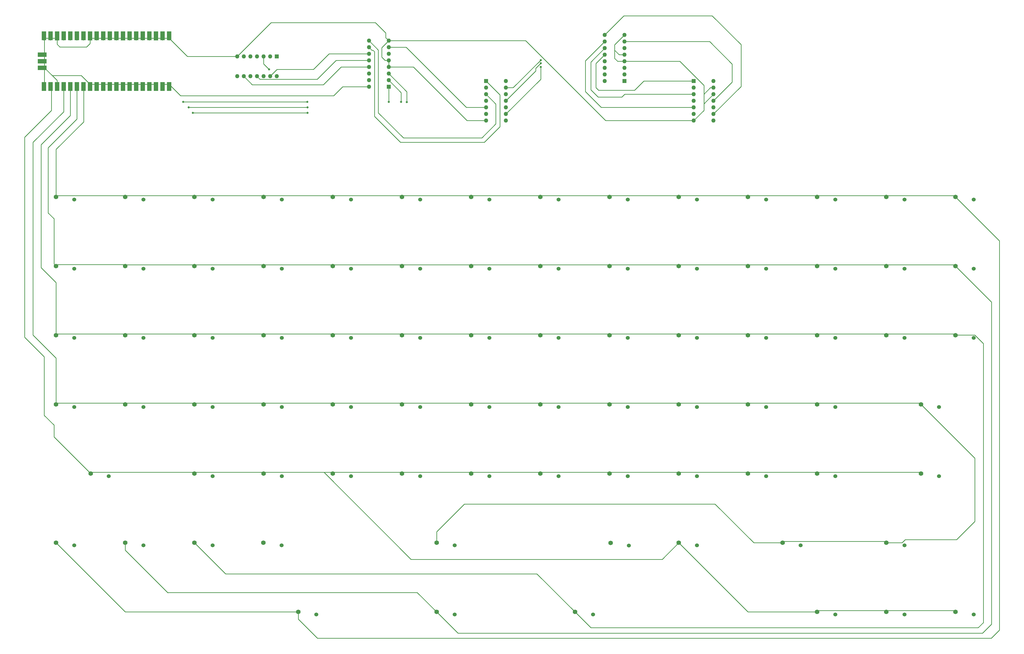
<source format=gbr>
G04 #@! TF.GenerationSoftware,KiCad,Pcbnew,(6.0.8)*
G04 #@! TF.CreationDate,2022-11-04T15:43:21-05:00*
G04 #@! TF.ProjectId,MIKey,4d494b65-792e-46b6-9963-61645f706362,rev?*
G04 #@! TF.SameCoordinates,Original*
G04 #@! TF.FileFunction,Copper,L1,Top*
G04 #@! TF.FilePolarity,Positive*
%FSLAX46Y46*%
G04 Gerber Fmt 4.6, Leading zero omitted, Abs format (unit mm)*
G04 Created by KiCad (PCBNEW (6.0.8)) date 2022-11-04 15:43:21*
%MOMM*%
%LPD*%
G01*
G04 APERTURE LIST*
G04 #@! TA.AperFunction,ComponentPad*
%ADD10C,1.762000*%
G04 #@! TD*
G04 #@! TA.AperFunction,ComponentPad*
%ADD11C,1.524000*%
G04 #@! TD*
G04 #@! TA.AperFunction,ComponentPad*
%ADD12R,1.600000X1.600000*%
G04 #@! TD*
G04 #@! TA.AperFunction,ComponentPad*
%ADD13O,1.600000X1.600000*%
G04 #@! TD*
G04 #@! TA.AperFunction,SMDPad,CuDef*
%ADD14R,1.700000X3.500000*%
G04 #@! TD*
G04 #@! TA.AperFunction,ComponentPad*
%ADD15O,1.700000X1.700000*%
G04 #@! TD*
G04 #@! TA.AperFunction,ComponentPad*
%ADD16R,1.700000X1.700000*%
G04 #@! TD*
G04 #@! TA.AperFunction,SMDPad,CuDef*
%ADD17R,3.500000X1.700000*%
G04 #@! TD*
G04 #@! TA.AperFunction,ViaPad*
%ADD18C,0.800000*%
G04 #@! TD*
G04 #@! TA.AperFunction,Conductor*
%ADD19C,0.250000*%
G04 #@! TD*
G04 APERTURE END LIST*
D10*
G04 #@! TO.P,SEVEN1,1*
G04 #@! TO.N,/R1*
X262389997Y-139380000D03*
D11*
G04 #@! TO.P,SEVEN1,2*
G04 #@! TO.N,Net-(F7-Pad2)*
X269389997Y-140430000D03*
G04 #@! TD*
D10*
G04 #@! TO.P,FOUR1,1*
G04 #@! TO.N,/R1*
X182379997Y-139380000D03*
D11*
G04 #@! TO.P,FOUR1,2*
G04 #@! TO.N,Net-(F13-Pad2)*
X189379997Y-140430000D03*
G04 #@! TD*
D10*
G04 #@! TO.P,F9,1*
G04 #@! TO.N,/R0*
X315729997Y-112710000D03*
D11*
G04 #@! TO.P,F9,2*
G04 #@! TO.N,Net-(F9-Pad2)*
X322729997Y-113760000D03*
G04 #@! TD*
D10*
G04 #@! TO.P,L_CTRL1,1*
G04 #@! TO.N,/R0*
X75699997Y-246060000D03*
D11*
G04 #@! TO.P,L_CTRL1,2*
G04 #@! TO.N,Net-(L_ALT1-Pad2)*
X82699997Y-247110000D03*
G04 #@! TD*
D10*
G04 #@! TO.P,SEMI-COLON1,1*
G04 #@! TO.N,/R3*
X342399997Y-192720000D03*
D11*
G04 #@! TO.P,SEMI-COLON1,2*
G04 #@! TO.N,Net-(/1-Pad2)*
X349399997Y-193770000D03*
G04 #@! TD*
D10*
G04 #@! TO.P,R_SHIFT1,1*
G04 #@! TO.N,/R4*
X409074997Y-219390000D03*
D11*
G04 #@! TO.P,R_SHIFT1,2*
G04 #@! TO.N,Net-(APOSTROPHE1-Pad2)*
X416074997Y-220440000D03*
G04 #@! TD*
D10*
G04 #@! TO.P,F2,1*
G04 #@! TO.N,/R0*
X129039997Y-112710000D03*
D11*
G04 #@! TO.P,F2,2*
G04 #@! TO.N,Net-(F2-Pad2)*
X136039997Y-113760000D03*
G04 #@! TD*
D10*
G04 #@! TO.P,F12,1*
G04 #@! TO.N,/R0*
X395739997Y-112710000D03*
D11*
G04 #@! TO.P,F12,2*
G04 #@! TO.N,Net-(ENTER1-Pad2)*
X402739997Y-113760000D03*
G04 #@! TD*
D10*
G04 #@! TO.P,COMMA/GTR_THN1,1*
G04 #@! TO.N,/R4*
X315729997Y-219390000D03*
D11*
G04 #@! TO.P,COMMA/GTR_THN1,2*
G04 #@! TO.N,Net-(COMMA/GREATER_THAN1-Pad2)*
X322729997Y-220440000D03*
G04 #@! TD*
D10*
G04 #@! TO.P,SIX1,1*
G04 #@! TO.N,/R1*
X235719997Y-139380000D03*
D11*
G04 #@! TO.P,SIX1,2*
G04 #@! TO.N,Net-(F6-Pad2)*
X242719997Y-140430000D03*
G04 #@! TD*
D10*
G04 #@! TO.P,O1,1*
G04 #@! TO.N,/R2*
X315729997Y-166050000D03*
D11*
G04 #@! TO.P,O1,2*
G04 #@! TO.N,Net-(F9-Pad2)*
X322729997Y-167100000D03*
G04 #@! TD*
D10*
G04 #@! TO.P,TWO1,1*
G04 #@! TO.N,/R1*
X129039997Y-139380000D03*
D11*
G04 #@! TO.P,TWO1,2*
G04 #@! TO.N,Net-(F2-Pad2)*
X136039997Y-140430000D03*
G04 #@! TD*
D10*
G04 #@! TO.P,L1,1*
G04 #@! TO.N,/R3*
X315729997Y-192720000D03*
D11*
G04 #@! TO.P,L1,2*
G04 #@! TO.N,Net-(F9-Pad2)*
X322729997Y-193770000D03*
G04 #@! TD*
D10*
G04 #@! TO.P,WINDOWS1,1*
G04 #@! TO.N,/R1*
X102369997Y-246060000D03*
D11*
G04 #@! TO.P,WINDOWS1,2*
G04 #@! TO.N,Net-(L_ALT1-Pad2)*
X109369997Y-247110000D03*
G04 #@! TD*
D10*
G04 #@! TO.P,F1,1*
G04 #@! TO.N,/R0*
X102369997Y-112710000D03*
D11*
G04 #@! TO.P,F1,2*
G04 #@! TO.N,Net-(A1-Pad2)*
X109369997Y-113760000D03*
G04 #@! TD*
D10*
G04 #@! TO.P,F6,1*
G04 #@! TO.N,/R0*
X235719997Y-112710000D03*
D11*
G04 #@! TO.P,F6,2*
G04 #@! TO.N,Net-(F6-Pad2)*
X242719997Y-113760000D03*
G04 #@! TD*
D10*
G04 #@! TO.P,CAPSLOCK1,1*
G04 #@! TO.N,/R3*
X75699997Y-192720000D03*
D11*
G04 #@! TO.P,CAPSLOCK1,2*
G04 #@! TO.N,Net-(BACK_TICK/TILDE1-Pad2)*
X82699997Y-193770000D03*
G04 #@! TD*
D10*
G04 #@! TO.P,S1,1*
G04 #@! TO.N,/R3*
X129039997Y-192720000D03*
D11*
G04 #@! TO.P,S1,2*
G04 #@! TO.N,Net-(F2-Pad2)*
X136039997Y-193770000D03*
G04 #@! TD*
D10*
G04 #@! TO.P,F11,1*
G04 #@! TO.N,/R0*
X369069997Y-112710000D03*
D11*
G04 #@! TO.P,F11,2*
G04 #@! TO.N,Net-(APOSTROPHE1-Pad2)*
X376069997Y-113760000D03*
G04 #@! TD*
D10*
G04 #@! TO.P,]1,1*
G04 #@! TO.N,/R2*
X395739997Y-166050000D03*
D11*
G04 #@! TO.P,]1,2*
G04 #@! TO.N,Net-(ENTER1-Pad2)*
X402739997Y-167100000D03*
G04 #@! TD*
D10*
G04 #@! TO.P,RIGHT_ARROW1,1*
G04 #@! TO.N,/R4*
X422409997Y-272730000D03*
D11*
G04 #@! TO.P,RIGHT_ARROW1,2*
G04 #@! TO.N,Net-(MACRO_1-Pad2)*
X429409997Y-273780000D03*
G04 #@! TD*
D10*
G04 #@! TO.P,K1,1*
G04 #@! TO.N,/R3*
X289059997Y-192720000D03*
D11*
G04 #@! TO.P,K1,2*
G04 #@! TO.N,Net-(COMMA/GREATER_THAN1-Pad2)*
X296059997Y-193770000D03*
G04 #@! TD*
D10*
G04 #@! TO.P,DOWN_ARROW1,1*
G04 #@! TO.N,/R4*
X395739997Y-272730000D03*
D11*
G04 #@! TO.P,DOWN_ARROW1,2*
G04 #@! TO.N,Net-(BACKSPACE1-Pad2)*
X402739997Y-273780000D03*
G04 #@! TD*
D10*
G04 #@! TO.P,J1,1*
G04 #@! TO.N,/R3*
X262389997Y-192720000D03*
D11*
G04 #@! TO.P,J1,2*
G04 #@! TO.N,Net-(F7-Pad2)*
X269389997Y-193770000D03*
G04 #@! TD*
D10*
G04 #@! TO.P,G1,1*
G04 #@! TO.N,/R3*
X209049997Y-192720000D03*
D11*
G04 #@! TO.P,G1,2*
G04 #@! TO.N,Net-(B1-Pad2)*
X216049997Y-193770000D03*
G04 #@! TD*
D10*
G04 #@! TO.P,H1,1*
G04 #@! TO.N,/R3*
X235719997Y-192720000D03*
D11*
G04 #@! TO.P,H1,2*
G04 #@! TO.N,Net-(F6-Pad2)*
X242719997Y-193770000D03*
G04 #@! TD*
D10*
G04 #@! TO.P,SPACE_BAR1,1*
G04 #@! TO.N,/R3*
X222384997Y-246060000D03*
D11*
G04 #@! TO.P,SPACE_BAR1,2*
G04 #@! TO.N,Net-(L_ALT1-Pad2)*
X229384997Y-247110000D03*
G04 #@! TD*
D10*
G04 #@! TO.P,U5,1*
G04 #@! TO.N,/R2*
X262389997Y-166050000D03*
D11*
G04 #@! TO.P,U5,2*
G04 #@! TO.N,Net-(F7-Pad2)*
X269389997Y-167100000D03*
G04 #@! TD*
D10*
G04 #@! TO.P,L_SHIFT1,1*
G04 #@! TO.N,/R4*
X89034997Y-219390000D03*
D11*
G04 #@! TO.P,L_SHIFT1,2*
G04 #@! TO.N,Net-(BACK_TICK/TILDE1-Pad2)*
X96034997Y-220440000D03*
G04 #@! TD*
D10*
G04 #@! TO.P,APOSTROPHE1,1*
G04 #@! TO.N,/R3*
X369069997Y-192720000D03*
D11*
G04 #@! TO.P,APOSTROPHE1,2*
G04 #@! TO.N,Net-(APOSTROPHE1-Pad2)*
X376069997Y-193770000D03*
G04 #@! TD*
D10*
G04 #@! TO.P,I1,1*
G04 #@! TO.N,/R2*
X289059997Y-166050000D03*
D11*
G04 #@! TO.P,I1,2*
G04 #@! TO.N,Net-(COMMA/GREATER_THAN1-Pad2)*
X296059997Y-167100000D03*
G04 #@! TD*
D10*
G04 #@! TO.P,REF\u002A\u002A,1*
G04 #@! TO.N,N/C*
X155599997Y-246060000D03*
D11*
G04 #@! TO.P,REF\u002A\u002A,2*
X162599997Y-247110000D03*
G04 #@! TD*
D10*
G04 #@! TO.P,W1,1*
G04 #@! TO.N,/R2*
X129039997Y-166050000D03*
D11*
G04 #@! TO.P,W1,2*
G04 #@! TO.N,Net-(F2-Pad2)*
X136039997Y-167100000D03*
G04 #@! TD*
D10*
G04 #@! TO.P,B1,1*
G04 #@! TO.N,/R4*
X235719997Y-219390000D03*
D11*
G04 #@! TO.P,B1,2*
G04 #@! TO.N,Net-(B1-Pad2)*
X242719997Y-220440000D03*
G04 #@! TD*
D10*
G04 #@! TO.P,EQUALS1,1*
G04 #@! TO.N,/R1*
X395739997Y-139380000D03*
D11*
G04 #@! TO.P,EQUALS1,2*
G04 #@! TO.N,Net-(ENTER1-Pad2)*
X402739997Y-140430000D03*
G04 #@! TD*
D10*
G04 #@! TO.P,A1,1*
G04 #@! TO.N,/R3*
X102369997Y-192720000D03*
D11*
G04 #@! TO.P,A1,2*
G04 #@! TO.N,Net-(A1-Pad2)*
X109369997Y-193770000D03*
G04 #@! TD*
D10*
G04 #@! TO.P,ZERO1,1*
G04 #@! TO.N,/R1*
X342399997Y-139380000D03*
D11*
G04 #@! TO.P,ZERO1,2*
G04 #@! TO.N,Net-(/1-Pad2)*
X349399997Y-140430000D03*
G04 #@! TD*
D10*
G04 #@! TO.P,EIGHT1,1*
G04 #@! TO.N,/R1*
X289059997Y-139380000D03*
D11*
G04 #@! TO.P,EIGHT1,2*
G04 #@! TO.N,Net-(COMMA/GREATER_THAN1-Pad2)*
X296059997Y-140430000D03*
G04 #@! TD*
D10*
G04 #@! TO.P,F13,1*
G04 #@! TO.N,/R3*
X182379997Y-192720000D03*
D11*
G04 #@! TO.P,F13,2*
G04 #@! TO.N,Net-(F13-Pad2)*
X189379997Y-193770000D03*
G04 #@! TD*
D10*
G04 #@! TO.P,TAB1,1*
G04 #@! TO.N,/R2*
X75699997Y-166050000D03*
D11*
G04 #@! TO.P,TAB1,2*
G04 #@! TO.N,Net-(BACK_TICK/TILDE1-Pad2)*
X82699997Y-167100000D03*
G04 #@! TD*
D10*
G04 #@! TO.P,MACRO_1,1*
G04 #@! TO.N,/R0*
X169044997Y-272730000D03*
D11*
G04 #@! TO.P,MACRO_1,2*
G04 #@! TO.N,Net-(MACRO_1-Pad2)*
X176044997Y-273780000D03*
G04 #@! TD*
D10*
G04 #@! TO.P,PERIOD/LSS_THN1,1*
G04 #@! TO.N,/R4*
X342399997Y-219390000D03*
D11*
G04 #@! TO.P,PERIOD/LSS_THN1,2*
G04 #@! TO.N,Net-(F9-Pad2)*
X349399997Y-220440000D03*
G04 #@! TD*
D10*
G04 #@! TO.P,X1,1*
G04 #@! TO.N,/R4*
X155709997Y-219390000D03*
D11*
G04 #@! TO.P,X1,2*
G04 #@! TO.N,Net-(F2-Pad2)*
X162709997Y-220440000D03*
G04 #@! TD*
D10*
G04 #@! TO.P,C1,1*
G04 #@! TO.N,/R4*
X182379997Y-219390000D03*
D11*
G04 #@! TO.P,C1,2*
G04 #@! TO.N,Net-(C1-Pad2)*
X189379997Y-220440000D03*
G04 #@! TD*
D10*
G04 #@! TO.P,Y1,1*
G04 #@! TO.N,/R2*
X235719997Y-166050000D03*
D11*
G04 #@! TO.P,Y1,2*
G04 #@! TO.N,Net-(F6-Pad2)*
X242719997Y-167100000D03*
G04 #@! TD*
D10*
G04 #@! TO.P,F8,1*
G04 #@! TO.N,/R0*
X289059997Y-112710000D03*
D11*
G04 #@! TO.P,F8,2*
G04 #@! TO.N,Net-(COMMA/GREATER_THAN1-Pad2)*
X296059997Y-113760000D03*
G04 #@! TD*
D10*
G04 #@! TO.P,D1,1*
G04 #@! TO.N,/R3*
X155709997Y-192720000D03*
D11*
G04 #@! TO.P,D1,2*
G04 #@! TO.N,Net-(C1-Pad2)*
X162709997Y-193770000D03*
G04 #@! TD*
D10*
G04 #@! TO.P,MACRO_3,1*
G04 #@! TO.N,/R2*
X275724997Y-272730000D03*
D11*
G04 #@! TO.P,MACRO_3,2*
G04 #@! TO.N,Net-(MACRO_1-Pad2)*
X282724997Y-273780000D03*
G04 #@! TD*
D10*
G04 #@! TO.P,BACKSPACE1,1*
G04 #@! TO.N,/R1*
X422409997Y-139380000D03*
D11*
G04 #@! TO.P,BACKSPACE1,2*
G04 #@! TO.N,Net-(BACKSPACE1-Pad2)*
X429409997Y-140430000D03*
G04 #@! TD*
D10*
G04 #@! TO.P,T1,1*
G04 #@! TO.N,/R2*
X209049997Y-166050000D03*
D11*
G04 #@! TO.P,T1,2*
G04 #@! TO.N,Net-(B1-Pad2)*
X216049997Y-167100000D03*
G04 #@! TD*
D10*
G04 #@! TO.P,MINUS1,1*
G04 #@! TO.N,/R1*
X369069997Y-139380000D03*
D11*
G04 #@! TO.P,MINUS1,2*
G04 #@! TO.N,Net-(APOSTROPHE1-Pad2)*
X376069997Y-140430000D03*
G04 #@! TD*
D10*
G04 #@! TO.P,/1,1*
G04 #@! TO.N,/R4*
X369069997Y-219390000D03*
D11*
G04 #@! TO.P,/1,2*
G04 #@! TO.N,Net-(/1-Pad2)*
X376069997Y-220440000D03*
G04 #@! TD*
D10*
G04 #@! TO.P,M1,1*
G04 #@! TO.N,/R4*
X289059997Y-219390000D03*
D11*
G04 #@! TO.P,M1,2*
G04 #@! TO.N,Net-(F7-Pad2)*
X296059997Y-220440000D03*
G04 #@! TD*
D10*
G04 #@! TO.P,UP_ARROW1,1*
G04 #@! TO.N,/R3*
X395739997Y-246060000D03*
D11*
G04 #@! TO.P,UP_ARROW1,2*
G04 #@! TO.N,Net-(BACKSPACE1-Pad2)*
X402739997Y-247110000D03*
G04 #@! TD*
D10*
G04 #@! TO.P,F7,1*
G04 #@! TO.N,/R0*
X262389997Y-112710000D03*
D11*
G04 #@! TO.P,F7,2*
G04 #@! TO.N,Net-(F7-Pad2)*
X269389997Y-113760000D03*
G04 #@! TD*
D10*
G04 #@! TO.P,Z1,1*
G04 #@! TO.N,/R4*
X129039997Y-219390000D03*
D11*
G04 #@! TO.P,Z1,2*
G04 #@! TO.N,Net-(A1-Pad2)*
X136039997Y-220440000D03*
G04 #@! TD*
D10*
G04 #@! TO.P,MACRO_2,1*
G04 #@! TO.N,/R1*
X222384997Y-272730000D03*
D11*
G04 #@! TO.P,MACRO_2,2*
G04 #@! TO.N,Net-(MACRO_1-Pad2)*
X229384997Y-273780000D03*
G04 #@! TD*
D10*
G04 #@! TO.P,F4,1*
G04 #@! TO.N,/R0*
X182379997Y-112710000D03*
D11*
G04 #@! TO.P,F4,2*
G04 #@! TO.N,Net-(F13-Pad2)*
X189379997Y-113760000D03*
G04 #@! TD*
D10*
G04 #@! TO.P,Q1,1*
G04 #@! TO.N,/R2*
X102369997Y-166050000D03*
D11*
G04 #@! TO.P,Q1,2*
G04 #@! TO.N,Net-(A1-Pad2)*
X109369997Y-167100000D03*
G04 #@! TD*
D10*
G04 #@! TO.P,BACK_TICK/TILDE1,1*
G04 #@! TO.N,/R1*
X75699997Y-139380000D03*
D11*
G04 #@! TO.P,BACK_TICK/TILDE1,2*
G04 #@! TO.N,Net-(BACK_TICK/TILDE1-Pad2)*
X82699997Y-140430000D03*
G04 #@! TD*
D10*
G04 #@! TO.P,NINE1,1*
G04 #@! TO.N,/R1*
X315729997Y-139380000D03*
D11*
G04 #@! TO.P,NINE1,2*
G04 #@! TO.N,Net-(F9-Pad2)*
X322729997Y-140430000D03*
G04 #@! TD*
D10*
G04 #@! TO.P,N1,1*
G04 #@! TO.N,/R4*
X262389997Y-219390000D03*
D11*
G04 #@! TO.P,N1,2*
G04 #@! TO.N,Net-(F6-Pad2)*
X269389997Y-220440000D03*
G04 #@! TD*
D10*
G04 #@! TO.P,THREE1,1*
G04 #@! TO.N,/R1*
X155709997Y-139380000D03*
D11*
G04 #@! TO.P,THREE1,2*
G04 #@! TO.N,Net-(C1-Pad2)*
X162709997Y-140430000D03*
G04 #@! TD*
D10*
G04 #@! TO.P,ENTER1,1*
G04 #@! TO.N,/R3*
X409074997Y-192720000D03*
D11*
G04 #@! TO.P,ENTER1,2*
G04 #@! TO.N,Net-(ENTER1-Pad2)*
X416074997Y-193770000D03*
G04 #@! TD*
D10*
G04 #@! TO.P,R2,1*
G04 #@! TO.N,/R2*
X182379997Y-166050000D03*
D11*
G04 #@! TO.P,R2,2*
G04 #@! TO.N,Net-(F13-Pad2)*
X189379997Y-167100000D03*
G04 #@! TD*
D10*
G04 #@! TO.P,ONE1,1*
G04 #@! TO.N,/R1*
X102369997Y-139380000D03*
D11*
G04 #@! TO.P,ONE1,2*
G04 #@! TO.N,Net-(A1-Pad2)*
X109369997Y-140430000D03*
G04 #@! TD*
D10*
G04 #@! TO.P,R_ALT1,1*
G04 #@! TO.N,/R4*
X315729997Y-246060000D03*
D11*
G04 #@! TO.P,R_ALT1,2*
G04 #@! TO.N,Net-(L_ALT1-Pad2)*
X322729997Y-247110000D03*
G04 #@! TD*
D10*
G04 #@! TO.P,V1,1*
G04 #@! TO.N,/R4*
X209049997Y-219390000D03*
D11*
G04 #@! TO.P,V1,2*
G04 #@! TO.N,Net-(F13-Pad2)*
X216049997Y-220440000D03*
G04 #@! TD*
D10*
G04 #@! TO.P,E1,1*
G04 #@! TO.N,/R2*
X155709997Y-166050000D03*
D11*
G04 #@! TO.P,E1,2*
G04 #@! TO.N,Net-(C1-Pad2)*
X162709997Y-167100000D03*
G04 #@! TD*
D10*
G04 #@! TO.P,R_CTRL1,1*
G04 #@! TO.N,/R3*
X355734997Y-246060000D03*
D11*
G04 #@! TO.P,R_CTRL1,2*
G04 #@! TO.N,Net-(MACRO_1-Pad2)*
X362734997Y-247110000D03*
G04 #@! TD*
D10*
G04 #@! TO.P,F3,1*
G04 #@! TO.N,/R0*
X155709997Y-112710000D03*
D11*
G04 #@! TO.P,F3,2*
G04 #@! TO.N,Net-(C1-Pad2)*
X162709997Y-113760000D03*
G04 #@! TD*
D10*
G04 #@! TO.P,[1,1*
G04 #@! TO.N,/R2*
X369069997Y-166050000D03*
D11*
G04 #@! TO.P,[1,2*
G04 #@! TO.N,Net-(APOSTROPHE1-Pad2)*
X376069997Y-167100000D03*
G04 #@! TD*
D10*
G04 #@! TO.P,DEL1,1*
G04 #@! TO.N,/R0*
X422409997Y-112710000D03*
D11*
G04 #@! TO.P,DEL1,2*
G04 #@! TO.N,Net-(BACKSPACE1-Pad2)*
X429409997Y-113760000D03*
G04 #@! TD*
D10*
G04 #@! TO.P,\u005C1,1*
G04 #@! TO.N,/R2*
X422409997Y-166050000D03*
D11*
G04 #@! TO.P,\u005C1,2*
G04 #@! TO.N,Net-(BACKSPACE1-Pad2)*
X429409997Y-167100000D03*
G04 #@! TD*
D10*
G04 #@! TO.P,L_ALT1,1*
G04 #@! TO.N,/R2*
X129039997Y-246060000D03*
D11*
G04 #@! TO.P,L_ALT1,2*
G04 #@! TO.N,Net-(L_ALT1-Pad2)*
X136039997Y-247110000D03*
G04 #@! TD*
D10*
G04 #@! TO.P,P1,1*
G04 #@! TO.N,/R2*
X342399997Y-166050000D03*
D11*
G04 #@! TO.P,P1,2*
G04 #@! TO.N,Net-(/1-Pad2)*
X349399997Y-167100000D03*
G04 #@! TD*
D10*
G04 #@! TO.P,F10,1*
G04 #@! TO.N,/R0*
X342399997Y-112710000D03*
D11*
G04 #@! TO.P,F10,2*
G04 #@! TO.N,Net-(/1-Pad2)*
X349399997Y-113760000D03*
G04 #@! TD*
D10*
G04 #@! TO.P,ESC1,1*
G04 #@! TO.N,/R0*
X75699997Y-112710000D03*
D11*
G04 #@! TO.P,ESC1,2*
G04 #@! TO.N,Net-(BACK_TICK/TILDE1-Pad2)*
X82699997Y-113760000D03*
G04 #@! TD*
D10*
G04 #@! TO.P,F5,1*
G04 #@! TO.N,/R0*
X209049997Y-112710000D03*
D11*
G04 #@! TO.P,F5,2*
G04 #@! TO.N,Net-(B1-Pad2)*
X216049997Y-113760000D03*
G04 #@! TD*
D10*
G04 #@! TO.P,REF\u002A\u002A,1*
G04 #@! TO.N,N/C*
X289499997Y-246130000D03*
D11*
G04 #@! TO.P,REF\u002A\u002A,2*
X296499997Y-247180000D03*
G04 #@! TD*
D10*
G04 #@! TO.P,LEFT_ARROW1,1*
G04 #@! TO.N,/R4*
X369069997Y-272730000D03*
D11*
G04 #@! TO.P,LEFT_ARROW1,2*
G04 #@! TO.N,Net-(ENTER1-Pad2)*
X376069997Y-273780000D03*
G04 #@! TD*
D10*
G04 #@! TO.P,FIVE1,1*
G04 #@! TO.N,/R1*
X209049997Y-139380000D03*
D11*
G04 #@! TO.P,FIVE1,2*
G04 #@! TO.N,Net-(B1-Pad2)*
X216049997Y-140430000D03*
G04 #@! TD*
D12*
G04 #@! TO.P,U3,1*
G04 #@! TO.N,Net-(DECODER2-Pad12)*
X321469997Y-68020000D03*
D13*
G04 #@! TO.P,U3,2*
G04 #@! TO.N,Net-(/1-Pad2)*
X321469997Y-70560000D03*
G04 #@! TO.P,U3,3*
G04 #@! TO.N,Net-(DECODER2-Pad11)*
X321469997Y-73100000D03*
G04 #@! TO.P,U3,4*
G04 #@! TO.N,Net-(APOSTROPHE1-Pad2)*
X321469997Y-75640000D03*
G04 #@! TO.P,U3,5*
G04 #@! TO.N,Net-(DECODER2-Pad10)*
X321469997Y-78180000D03*
G04 #@! TO.P,U3,6*
G04 #@! TO.N,Net-(ENTER1-Pad2)*
X321469997Y-80720000D03*
G04 #@! TO.P,U3,7,GND*
G04 #@! TO.N,GND*
X321469997Y-83260000D03*
G04 #@! TO.P,U3,8*
G04 #@! TO.N,Net-(BACKSPACE1-Pad2)*
X329089997Y-83260000D03*
G04 #@! TO.P,U3,9*
G04 #@! TO.N,Net-(DECODER2-Pad9)*
X329089997Y-80720000D03*
G04 #@! TO.P,U3,10*
G04 #@! TO.N,Net-(MACRO_1-Pad2)*
X329089997Y-78180000D03*
G04 #@! TO.P,U3,11*
G04 #@! TO.N,Net-(DECODER2-Pad7)*
X329089997Y-75640000D03*
G04 #@! TO.P,U3,12*
G04 #@! TO.N,GND*
X329089997Y-73100000D03*
G04 #@! TO.P,U3,13*
X329089997Y-70560000D03*
G04 #@! TO.P,U3,14,VCC*
G04 #@! TO.N,+5V*
X329089997Y-68020000D03*
G04 #@! TD*
D14*
G04 #@! TO.P,U4,1,GPIO0*
G04 #@! TO.N,GND*
X119239997Y-50560000D03*
D15*
X119239997Y-51460000D03*
G04 #@! TO.P,U4,2,GPIO1*
X116699997Y-51460000D03*
D14*
X116699997Y-50560000D03*
G04 #@! TO.P,U4,3,GND*
X114159997Y-50560000D03*
D16*
X114159997Y-51460000D03*
D15*
G04 #@! TO.P,U4,4,GPIO2*
X111619997Y-51460000D03*
D14*
X111619997Y-50560000D03*
G04 #@! TO.P,U4,5,GPIO3*
X109079997Y-50560000D03*
D15*
X109079997Y-51460000D03*
G04 #@! TO.P,U4,6,GPIO4*
X106539997Y-51460000D03*
D14*
X106539997Y-50560000D03*
G04 #@! TO.P,U4,7,GPIO5*
X103999997Y-50560000D03*
D15*
X103999997Y-51460000D03*
D14*
G04 #@! TO.P,U4,8,GND*
X101459997Y-50560000D03*
D16*
X101459997Y-51460000D03*
D15*
G04 #@! TO.P,U4,9,GPIO6*
X98919997Y-51460000D03*
D14*
X98919997Y-50560000D03*
G04 #@! TO.P,U4,10,GPIO7*
X96379997Y-50560000D03*
D15*
X96379997Y-51460000D03*
G04 #@! TO.P,U4,11,GPIO8*
X93839997Y-51460000D03*
D14*
X93839997Y-50560000D03*
G04 #@! TO.P,U4,12,GPIO9*
X91299997Y-50560000D03*
D15*
X91299997Y-51460000D03*
D16*
G04 #@! TO.P,U4,13,GND*
X88759997Y-51460000D03*
D14*
X88759997Y-50560000D03*
G04 #@! TO.P,U4,14,GPIO10*
G04 #@! TO.N,/A3*
X86219997Y-50560000D03*
D15*
X86219997Y-51460000D03*
D14*
G04 #@! TO.P,U4,15,GPIO11*
G04 #@! TO.N,/A2*
X83679997Y-50560000D03*
D15*
X83679997Y-51460000D03*
G04 #@! TO.P,U4,16,GPIO12*
G04 #@! TO.N,/A1*
X81139997Y-51460000D03*
D14*
X81139997Y-50560000D03*
G04 #@! TO.P,U4,17,GPIO13*
G04 #@! TO.N,/A0*
X78599997Y-50560000D03*
D15*
X78599997Y-51460000D03*
D14*
G04 #@! TO.P,U4,18,GND*
G04 #@! TO.N,GND*
X76059997Y-50560000D03*
D16*
X76059997Y-51460000D03*
D14*
G04 #@! TO.P,U4,19,GPIO14*
X73519997Y-50560000D03*
D15*
X73519997Y-51460000D03*
G04 #@! TO.P,U4,20,GPIO15*
X70979997Y-51460000D03*
D14*
X70979997Y-50560000D03*
G04 #@! TO.P,U4,21,GPIO16*
X70979997Y-70140000D03*
D15*
X70979997Y-69240000D03*
D14*
G04 #@! TO.P,U4,22,GPIO17*
G04 #@! TO.N,/R4*
X73519997Y-70140000D03*
D15*
X73519997Y-69240000D03*
D16*
G04 #@! TO.P,U4,23,GND*
G04 #@! TO.N,GND*
X76059997Y-69240000D03*
D14*
X76059997Y-70140000D03*
D15*
G04 #@! TO.P,U4,24,GPIO18*
G04 #@! TO.N,/R3*
X78599997Y-69240000D03*
D14*
X78599997Y-70140000D03*
G04 #@! TO.P,U4,25,GPIO19*
G04 #@! TO.N,/R2*
X81139997Y-70140000D03*
D15*
X81139997Y-69240000D03*
D14*
G04 #@! TO.P,U4,26,GPIO20*
G04 #@! TO.N,/R1*
X83679997Y-70140000D03*
D15*
X83679997Y-69240000D03*
D14*
G04 #@! TO.P,U4,27,GPIO21*
G04 #@! TO.N,/R0*
X86219997Y-70140000D03*
D15*
X86219997Y-69240000D03*
D16*
G04 #@! TO.P,U4,28,GND*
G04 #@! TO.N,GND*
X88759997Y-69240000D03*
D14*
X88759997Y-70140000D03*
G04 #@! TO.P,U4,29,GPIO22*
X91299997Y-70140000D03*
D15*
X91299997Y-69240000D03*
G04 #@! TO.P,U4,30,RUN*
X93839997Y-69240000D03*
D14*
X93839997Y-70140000D03*
G04 #@! TO.P,U4,31,GPIO26_ADC0*
X96379997Y-70140000D03*
D15*
X96379997Y-69240000D03*
G04 #@! TO.P,U4,32,GPIO27_ADC1*
X98919997Y-69240000D03*
D14*
X98919997Y-70140000D03*
D16*
G04 #@! TO.P,U4,33,AGND*
X101459997Y-69240000D03*
D14*
X101459997Y-70140000D03*
G04 #@! TO.P,U4,34,GPIO28_ADC2*
X103999997Y-70140000D03*
D15*
X103999997Y-69240000D03*
G04 #@! TO.P,U4,35,ADC_VREF*
X106539997Y-69240000D03*
D14*
X106539997Y-70140000D03*
D15*
G04 #@! TO.P,U4,36,3V3*
X109079997Y-69240000D03*
D14*
X109079997Y-70140000D03*
G04 #@! TO.P,U4,37,3V3_EN*
X111619997Y-70140000D03*
D15*
X111619997Y-69240000D03*
D14*
G04 #@! TO.P,U4,38,GND*
X114159997Y-70140000D03*
D16*
X114159997Y-69240000D03*
D15*
G04 #@! TO.P,U4,39,VSYS*
G04 #@! TO.N,+5V*
X116699997Y-69240000D03*
D14*
X116699997Y-70140000D03*
G04 #@! TO.P,U4,40,VBUS*
X119239997Y-70140000D03*
D15*
X119239997Y-69240000D03*
G04 #@! TO.P,U4,41,SWCLK*
G04 #@! TO.N,GND*
X71209997Y-57810000D03*
D17*
X70309997Y-57810000D03*
G04 #@! TO.P,U4,42,GND*
X70309997Y-60350000D03*
D16*
X71209997Y-60350000D03*
D15*
G04 #@! TO.P,U4,43,SWDIO*
X71209997Y-62890000D03*
D17*
X70309997Y-62890000D03*
G04 #@! TD*
D12*
G04 #@! TO.P,DECODER1,1,A0*
G04 #@! TO.N,/A0*
X203909997Y-70225000D03*
D13*
G04 #@! TO.P,DECODER1,2,A1*
G04 #@! TO.N,/A1*
X203909997Y-67685000D03*
G04 #@! TO.P,DECODER1,3,A2*
G04 #@! TO.N,/A2*
X203909997Y-65145000D03*
G04 #@! TO.P,DECODER1,4,~{E1}*
G04 #@! TO.N,GND*
X203909997Y-62605000D03*
G04 #@! TO.P,DECODER1,5,~{E2}*
X203909997Y-60065000D03*
G04 #@! TO.P,DECODER1,6,E3*
G04 #@! TO.N,Net-(DECODER1-Pad6)*
X203909997Y-57525000D03*
G04 #@! TO.P,DECODER1,7,Y7*
G04 #@! TO.N,Net-(DECODER1-Pad7)*
X203909997Y-54985000D03*
G04 #@! TO.P,DECODER1,8,GND*
G04 #@! TO.N,GND*
X203909997Y-52445000D03*
G04 #@! TO.P,DECODER1,9,Y6*
G04 #@! TO.N,Net-(DECODER1-Pad9)*
X196289997Y-52445000D03*
G04 #@! TO.P,DECODER1,10,Y5*
G04 #@! TO.N,Net-(DECODER1-Pad10)*
X196289997Y-54985000D03*
G04 #@! TO.P,DECODER1,11,Y4*
G04 #@! TO.N,Net-(DECODER1-Pad11)*
X196289997Y-57525000D03*
G04 #@! TO.P,DECODER1,12,Y3*
G04 #@! TO.N,Net-(DECODER1-Pad12)*
X196289997Y-60065000D03*
G04 #@! TO.P,DECODER1,13,Y2*
G04 #@! TO.N,Net-(DECODER1-Pad13)*
X196289997Y-62605000D03*
G04 #@! TO.P,DECODER1,14,Y1*
G04 #@! TO.N,Net-(DECODER1-Pad14)*
X196289997Y-65145000D03*
G04 #@! TO.P,DECODER1,15,Y0*
G04 #@! TO.N,Net-(DECODER1-Pad15)*
X196289997Y-67685000D03*
G04 #@! TO.P,DECODER1,16,VCC*
G04 #@! TO.N,+5V*
X196289997Y-70225000D03*
G04 #@! TD*
D12*
G04 #@! TO.P,U1,1*
G04 #@! TO.N,/A3*
X160734997Y-58550000D03*
D13*
G04 #@! TO.P,U1,2*
G04 #@! TO.N,Net-(DECODER1-Pad6)*
X158194997Y-58550000D03*
G04 #@! TO.P,U1,3*
G04 #@! TO.N,Net-(DECODER1-Pad15)*
X155654997Y-58550000D03*
G04 #@! TO.P,U1,4*
G04 #@! TO.N,Net-(L_ALT1-Pad2)*
X153114997Y-58550000D03*
G04 #@! TO.P,U1,5*
G04 #@! TO.N,Net-(DECODER1-Pad14)*
X150574997Y-58550000D03*
G04 #@! TO.P,U1,6*
G04 #@! TO.N,Net-(BACK_TICK/TILDE1-Pad2)*
X148034997Y-58550000D03*
G04 #@! TO.P,U1,7,GND*
G04 #@! TO.N,GND*
X145494997Y-58550000D03*
G04 #@! TO.P,U1,8*
G04 #@! TO.N,Net-(A1-Pad2)*
X145494997Y-66170000D03*
G04 #@! TO.P,U1,9*
G04 #@! TO.N,Net-(DECODER1-Pad13)*
X148034997Y-66170000D03*
G04 #@! TO.P,U1,10*
G04 #@! TO.N,Net-(F2-Pad2)*
X150574997Y-66170000D03*
G04 #@! TO.P,U1,11*
G04 #@! TO.N,Net-(DECODER1-Pad12)*
X153114997Y-66170000D03*
G04 #@! TO.P,U1,12*
G04 #@! TO.N,Net-(C1-Pad2)*
X155654997Y-66170000D03*
G04 #@! TO.P,U1,13*
G04 #@! TO.N,Net-(DECODER1-Pad11)*
X158194997Y-66170000D03*
G04 #@! TO.P,U1,14,VCC*
G04 #@! TO.N,+5V*
X160734997Y-66170000D03*
G04 #@! TD*
D12*
G04 #@! TO.P,U2,1*
G04 #@! TO.N,Net-(DECODER1-Pad10)*
X241459997Y-68020000D03*
D13*
G04 #@! TO.P,U2,2*
G04 #@! TO.N,Net-(F13-Pad2)*
X241459997Y-70560000D03*
G04 #@! TO.P,U2,3*
G04 #@! TO.N,Net-(DECODER1-Pad9)*
X241459997Y-73100000D03*
G04 #@! TO.P,U2,4*
G04 #@! TO.N,Net-(B1-Pad2)*
X241459997Y-75640000D03*
G04 #@! TO.P,U2,5*
G04 #@! TO.N,Net-(DECODER1-Pad7)*
X241459997Y-78180000D03*
G04 #@! TO.P,U2,6*
G04 #@! TO.N,Net-(F6-Pad2)*
X241459997Y-80720000D03*
G04 #@! TO.P,U2,7,GND*
G04 #@! TO.N,GND*
X241459997Y-83260000D03*
G04 #@! TO.P,U2,8*
G04 #@! TO.N,Net-(F7-Pad2)*
X249079997Y-83260000D03*
G04 #@! TO.P,U2,9*
G04 #@! TO.N,Net-(DECODER2-Pad15)*
X249079997Y-80720000D03*
G04 #@! TO.P,U2,10*
G04 #@! TO.N,Net-(COMMA/GREATER_THAN1-Pad2)*
X249079997Y-78180000D03*
G04 #@! TO.P,U2,11*
G04 #@! TO.N,Net-(DECODER2-Pad14)*
X249079997Y-75640000D03*
G04 #@! TO.P,U2,12*
G04 #@! TO.N,Net-(F9-Pad2)*
X249079997Y-73100000D03*
G04 #@! TO.P,U2,13*
G04 #@! TO.N,Net-(DECODER2-Pad13)*
X249079997Y-70560000D03*
G04 #@! TO.P,U2,14,VCC*
G04 #@! TO.N,+5V*
X249079997Y-68020000D03*
G04 #@! TD*
D12*
G04 #@! TO.P,DECODER2,1,A0*
G04 #@! TO.N,/A0*
X294799997Y-68020000D03*
D13*
G04 #@! TO.P,DECODER2,2,A1*
G04 #@! TO.N,/A1*
X294799997Y-65480000D03*
G04 #@! TO.P,DECODER2,3,A2*
G04 #@! TO.N,/A2*
X294799997Y-62940000D03*
G04 #@! TO.P,DECODER2,4,~{E1}*
G04 #@! TO.N,GND*
X294799997Y-60400000D03*
G04 #@! TO.P,DECODER2,5,~{E2}*
X294799997Y-57860000D03*
G04 #@! TO.P,DECODER2,6,E3*
G04 #@! TO.N,/A3*
X294799997Y-55320000D03*
G04 #@! TO.P,DECODER2,7,Y7*
G04 #@! TO.N,Net-(DECODER2-Pad7)*
X294799997Y-52780000D03*
G04 #@! TO.P,DECODER2,8,GND*
G04 #@! TO.N,GND*
X294799997Y-50240000D03*
G04 #@! TO.P,DECODER2,9,Y6*
G04 #@! TO.N,Net-(DECODER2-Pad9)*
X287179997Y-50240000D03*
G04 #@! TO.P,DECODER2,10,Y5*
G04 #@! TO.N,Net-(DECODER2-Pad10)*
X287179997Y-52780000D03*
G04 #@! TO.P,DECODER2,11,Y4*
G04 #@! TO.N,Net-(DECODER2-Pad11)*
X287179997Y-55320000D03*
G04 #@! TO.P,DECODER2,12,Y3*
G04 #@! TO.N,Net-(DECODER2-Pad12)*
X287179997Y-57860000D03*
G04 #@! TO.P,DECODER2,13,Y2*
G04 #@! TO.N,Net-(DECODER2-Pad13)*
X287179997Y-60400000D03*
G04 #@! TO.P,DECODER2,14,Y1*
G04 #@! TO.N,Net-(DECODER2-Pad14)*
X287179997Y-62940000D03*
G04 #@! TO.P,DECODER2,15,Y0*
G04 #@! TO.N,Net-(DECODER2-Pad15)*
X287179997Y-65480000D03*
G04 #@! TO.P,DECODER2,16,VCC*
G04 #@! TO.N,+5V*
X287179997Y-68020000D03*
G04 #@! TD*
D18*
G04 #@! TO.N,/A0*
X172509997Y-76050000D03*
X203909997Y-76050000D03*
X124709997Y-76050000D03*
G04 #@! TO.N,/A1*
X208709997Y-76050000D03*
X172609997Y-78150000D03*
X126809997Y-78150000D03*
G04 #@! TO.N,/A2*
X172609997Y-80250000D03*
X128409997Y-80250000D03*
X210909997Y-76150000D03*
G04 #@! TO.N,Net-(DECODER1-Pad15)*
X157809997Y-63550000D03*
G04 #@! TO.N,Net-(DECODER2-Pad13)*
X262509997Y-59950000D03*
G04 #@! TO.N,Net-(DECODER2-Pad14)*
X262509997Y-61150000D03*
G04 #@! TO.N,Net-(DECODER2-Pad15)*
X262509997Y-62550000D03*
G04 #@! TD*
D19*
G04 #@! TO.N,/R4*
X212509997Y-252450000D02*
X178949998Y-218890001D01*
X309339997Y-252450000D02*
X212509997Y-252450000D01*
X315729997Y-246060000D02*
X309339997Y-252450000D01*
X262889996Y-218890001D02*
X288559998Y-218890001D01*
X63609997Y-166850000D02*
X63609997Y-89650000D01*
X208549998Y-218890001D02*
X209049997Y-219390000D01*
X235719997Y-219390000D02*
X236219996Y-218890001D01*
X73909997Y-69630000D02*
X73519997Y-69240000D01*
X262389997Y-219390000D02*
X262889996Y-218890001D01*
X342899996Y-218890001D02*
X368569998Y-218890001D01*
X236219996Y-218890001D02*
X261889998Y-218890001D01*
X261889998Y-218890001D02*
X262389997Y-219390000D01*
X155709997Y-219390000D02*
X156209996Y-218890001D01*
X209049997Y-219390000D02*
X209549996Y-218890001D01*
X89534996Y-218890001D02*
X128539998Y-218890001D01*
X63609997Y-89650000D02*
X73909997Y-79350000D01*
X395239998Y-272230001D02*
X369569996Y-272230001D01*
X315229998Y-218890001D02*
X315729997Y-219390000D01*
X408574998Y-218890001D02*
X409074997Y-219390000D01*
X369569996Y-272230001D02*
X369069997Y-272730000D01*
X71109997Y-196950000D02*
X71109997Y-174350000D01*
X235219998Y-218890001D02*
X235719997Y-219390000D01*
X341899998Y-218890001D02*
X342399997Y-219390000D01*
X396239996Y-272230001D02*
X421909998Y-272230001D01*
X315729997Y-219390000D02*
X316229996Y-218890001D01*
X209549996Y-218890001D02*
X235219998Y-218890001D01*
X369569996Y-218890001D02*
X408574998Y-218890001D01*
X369069997Y-219390000D02*
X369569996Y-218890001D01*
X369069997Y-272730000D02*
X342399997Y-272730000D01*
X89034997Y-219390000D02*
X89534996Y-218890001D01*
X129539996Y-218890001D02*
X155209998Y-218890001D01*
X71109997Y-174350000D02*
X63609997Y-166850000D01*
X182379997Y-219390000D02*
X182879996Y-218890001D01*
X342399997Y-272730000D02*
X315729997Y-246060000D01*
X395739997Y-272730000D02*
X395239998Y-272230001D01*
X89034997Y-219390000D02*
X74874997Y-205230000D01*
X289559996Y-218890001D02*
X315229998Y-218890001D01*
X74874997Y-205230000D02*
X74874997Y-200715000D01*
X342399997Y-219390000D02*
X342899996Y-218890001D01*
X368569998Y-218890001D02*
X369069997Y-219390000D01*
X421909998Y-272230001D02*
X422409997Y-272730000D01*
X73909997Y-79350000D02*
X73909997Y-69630000D01*
X181879998Y-218890001D02*
X182379997Y-219390000D01*
X129039997Y-219390000D02*
X129539996Y-218890001D01*
X316229996Y-218890001D02*
X341899998Y-218890001D01*
X128539998Y-218890001D02*
X129039997Y-219390000D01*
X155209998Y-218890001D02*
X155709997Y-219390000D01*
X182879996Y-218890001D02*
X208549998Y-218890001D01*
X178949998Y-218890001D02*
X179449998Y-218890001D01*
X288559998Y-218890001D02*
X289059997Y-219390000D01*
X156209996Y-218890001D02*
X178949998Y-218890001D01*
X289059997Y-219390000D02*
X289559996Y-218890001D01*
X74874997Y-200715000D02*
X71109997Y-196950000D01*
X395739997Y-272730000D02*
X396239996Y-272230001D01*
X179449998Y-218890001D02*
X181879998Y-218890001D01*
G04 #@! TO.N,/R3*
X208549998Y-192220001D02*
X182879996Y-192220001D01*
X344619997Y-246060000D02*
X329709997Y-231150000D01*
X236219996Y-192220001D02*
X261889998Y-192220001D01*
X75699997Y-192720000D02*
X75699997Y-174840000D01*
X369069997Y-192720000D02*
X369569996Y-192220001D01*
X289559996Y-192220001D02*
X315229998Y-192220001D01*
X156209996Y-192220001D02*
X181879998Y-192220001D01*
X75699997Y-192720000D02*
X76199996Y-192220001D01*
X329709997Y-231150000D02*
X233069890Y-231150000D01*
X409074997Y-192720000D02*
X429804997Y-213450000D01*
X233069890Y-231150000D02*
X222384997Y-241834893D01*
X222384997Y-241834893D02*
X222384997Y-246060000D01*
X155709997Y-192720000D02*
X156209996Y-192220001D01*
X235219998Y-192220001D02*
X235719997Y-192720000D01*
X262889996Y-192220001D02*
X262389997Y-192720000D01*
X403009997Y-244850000D02*
X401799997Y-246060000D01*
X368569998Y-192220001D02*
X369069997Y-192720000D01*
X75699997Y-174840000D02*
X66809997Y-165950000D01*
X342399997Y-192720000D02*
X342899996Y-192220001D01*
X422809997Y-244850000D02*
X403009997Y-244850000D01*
X289059997Y-192720000D02*
X288559998Y-192220001D01*
X76199996Y-192220001D02*
X101869998Y-192220001D01*
X209549996Y-192220001D02*
X235219998Y-192220001D01*
X261889998Y-192220001D02*
X262389997Y-192720000D01*
X395239998Y-245560001D02*
X356234996Y-245560001D01*
X181879998Y-192220001D02*
X182379997Y-192720000D01*
X129539996Y-192220001D02*
X155209998Y-192220001D01*
X356234996Y-245560001D02*
X355734997Y-246060000D01*
X342899996Y-192220001D02*
X368569998Y-192220001D01*
X315229998Y-192220001D02*
X315729997Y-192720000D01*
X78599997Y-79860000D02*
X78599997Y-69240000D01*
X129039997Y-192720000D02*
X129539996Y-192220001D01*
X209049997Y-192720000D02*
X208549998Y-192220001D01*
X101869998Y-192220001D02*
X102369997Y-192720000D01*
X102869996Y-192220001D02*
X128539998Y-192220001D01*
X408574998Y-192220001D02*
X409074997Y-192720000D01*
X235719997Y-192720000D02*
X236219996Y-192220001D01*
X429809997Y-237850000D02*
X422809997Y-244850000D01*
X66809997Y-165950000D02*
X66809997Y-91650000D01*
X395739997Y-246060000D02*
X395239998Y-245560001D01*
X155209998Y-192220001D02*
X155709997Y-192720000D01*
X316229996Y-192220001D02*
X341899998Y-192220001D01*
X369569996Y-192220001D02*
X408574998Y-192220001D01*
X209049997Y-192720000D02*
X209549996Y-192220001D01*
X182879996Y-192220001D02*
X182379997Y-192720000D01*
X288559998Y-192220001D02*
X262889996Y-192220001D01*
X128539998Y-192220001D02*
X129039997Y-192720000D01*
X315729997Y-192720000D02*
X316229996Y-192220001D01*
X66809997Y-91650000D02*
X78599997Y-79860000D01*
X102369997Y-192720000D02*
X102869996Y-192220001D01*
X429809997Y-213450000D02*
X429809997Y-237850000D01*
X429804997Y-213450000D02*
X429809997Y-213450000D01*
X401799997Y-246060000D02*
X395739997Y-246060000D01*
X341899998Y-192220001D02*
X342399997Y-192720000D01*
X355734997Y-246060000D02*
X344619997Y-246060000D01*
X289059997Y-192720000D02*
X289559996Y-192220001D01*
G04 #@! TO.N,/R1*
X156209996Y-138880001D02*
X155709997Y-139380000D01*
X222384997Y-272730000D02*
X214904493Y-265249496D01*
X421909998Y-138880001D02*
X422409997Y-139380000D01*
X83679997Y-82680000D02*
X83679997Y-69240000D01*
X102369997Y-248910000D02*
X102369997Y-246060000D01*
X315729997Y-139380000D02*
X316229996Y-138880001D01*
X315229998Y-138880001D02*
X315729997Y-139380000D01*
X395239998Y-138880001D02*
X395739997Y-139380000D01*
X101739997Y-138750000D02*
X102369997Y-139380000D01*
X76329997Y-138750000D02*
X101739997Y-138750000D01*
X368569998Y-138880001D02*
X369069997Y-139380000D01*
X422409997Y-139380000D02*
X436309997Y-153280000D01*
X369069997Y-139380000D02*
X369569996Y-138880001D01*
X75699997Y-139380000D02*
X76329997Y-138750000D01*
X342399997Y-139380000D02*
X342899996Y-138880001D01*
X102369997Y-139380000D02*
X102869996Y-138880001D01*
X75699997Y-139380000D02*
X74874997Y-138555000D01*
X74874997Y-121115000D02*
X72609997Y-118850000D01*
X118910501Y-265249496D02*
X118809997Y-265350000D01*
X129539996Y-138880001D02*
X155209998Y-138880001D01*
X262389997Y-139380000D02*
X262889996Y-138880001D01*
X289059997Y-139380000D02*
X289559996Y-138880001D01*
X236219996Y-138880001D02*
X261889998Y-138880001D01*
X182379997Y-139380000D02*
X181879998Y-138880001D01*
X72609997Y-93750000D02*
X83679997Y-82680000D01*
X182379997Y-139380000D02*
X182879996Y-138880001D01*
X102869996Y-138880001D02*
X128539998Y-138880001D01*
X436309997Y-277450000D02*
X432809997Y-280950000D01*
X395739997Y-139380000D02*
X396239996Y-138880001D01*
X262889996Y-138880001D02*
X288559998Y-138880001D01*
X155209998Y-138880001D02*
X155709997Y-139380000D01*
X289559996Y-138880001D02*
X315229998Y-138880001D01*
X235219998Y-138880001D02*
X235719997Y-139380000D01*
X316229996Y-138880001D02*
X341899998Y-138880001D01*
X118809997Y-265350000D02*
X102369997Y-248910000D01*
X72609997Y-118850000D02*
X72609997Y-93750000D01*
X396239996Y-138880001D02*
X421909998Y-138880001D01*
X181879998Y-138880001D02*
X156209996Y-138880001D01*
X129039997Y-139380000D02*
X129539996Y-138880001D01*
X342899996Y-138880001D02*
X368569998Y-138880001D01*
X436309997Y-153280000D02*
X436309997Y-277450000D01*
X208549998Y-138880001D02*
X209049997Y-139380000D01*
X182879996Y-138880001D02*
X208549998Y-138880001D01*
X74874997Y-138555000D02*
X74874997Y-121115000D01*
X432809997Y-280950000D02*
X230604997Y-280950000D01*
X230604997Y-280950000D02*
X222384997Y-272730000D01*
X128539998Y-138880001D02*
X129039997Y-139380000D01*
X261889998Y-138880001D02*
X262389997Y-139380000D01*
X341899998Y-138880001D02*
X342399997Y-139380000D01*
X209549996Y-138880001D02*
X235219998Y-138880001D01*
X235719997Y-139380000D02*
X236219996Y-138880001D01*
X369569996Y-138880001D02*
X395239998Y-138880001D01*
X209049997Y-139380000D02*
X209549996Y-138880001D01*
X214904493Y-265249496D02*
X118910501Y-265249496D01*
X288559998Y-138880001D02*
X289059997Y-139380000D01*
G04 #@! TO.N,/A0*
X172509997Y-76050000D02*
X131909997Y-76050000D01*
X131909997Y-76050000D02*
X130109997Y-76050000D01*
X203909997Y-70225000D02*
X203909997Y-76050000D01*
X130109997Y-76050000D02*
X124709997Y-76050000D01*
G04 #@! TO.N,/A1*
X203909997Y-67685000D02*
X208709997Y-72485000D01*
X131709997Y-78150000D02*
X129109997Y-78150000D01*
X208709997Y-72485000D02*
X208709997Y-76050000D01*
X172609997Y-78150000D02*
X131709997Y-78150000D01*
X129109997Y-78150000D02*
X126809997Y-78150000D01*
G04 #@! TO.N,/A2*
X203909997Y-65145000D02*
X210909997Y-72145000D01*
X172609997Y-80250000D02*
X130609997Y-80250000D01*
X210909997Y-72145000D02*
X210909997Y-76150000D01*
X130609997Y-80250000D02*
X128409997Y-80250000D01*
G04 #@! TO.N,GND*
X76059997Y-53800000D02*
X76059997Y-51460000D01*
X294799997Y-50240000D02*
X291009997Y-54030000D01*
X202784997Y-51320000D02*
X202784997Y-49425000D01*
X292719997Y-57860000D02*
X294799997Y-57860000D01*
X329089997Y-70560000D02*
X327899997Y-70560000D01*
X321469997Y-83260000D02*
X287519997Y-83260000D01*
X256704997Y-52445000D02*
X203909997Y-52445000D01*
X114159997Y-69240000D02*
X111619997Y-69240000D01*
X109079997Y-69240000D02*
X106539997Y-69240000D01*
X114159997Y-51460000D02*
X111619997Y-51460000D01*
X116699997Y-51460000D02*
X114159997Y-51460000D01*
X294799997Y-60400000D02*
X316099997Y-60400000D01*
X74239997Y-65920000D02*
X71209997Y-62890000D01*
X93839997Y-51460000D02*
X91299997Y-51460000D01*
X291009997Y-56150000D02*
X292719997Y-57860000D01*
X76059997Y-69240000D02*
X76059997Y-67740000D01*
X291009997Y-54030000D02*
X291009997Y-55950000D01*
X119239997Y-51460000D02*
X116699997Y-51460000D01*
X101459997Y-69240000D02*
X98919997Y-69240000D01*
X202784997Y-49425000D02*
X198809997Y-45450000D01*
X91299997Y-69240000D02*
X93839997Y-69240000D01*
X294799997Y-60400000D02*
X292159997Y-60400000D01*
X96379997Y-69240000D02*
X98919997Y-69240000D01*
X101459997Y-51460000D02*
X98919997Y-51460000D01*
X111619997Y-69240000D02*
X109079997Y-69240000D01*
X87409997Y-54850000D02*
X77109997Y-54850000D01*
X126329997Y-58550000D02*
X119239997Y-51460000D01*
X76059997Y-67740000D02*
X74239997Y-65920000D01*
X109079997Y-51460000D02*
X106539997Y-51460000D01*
X88759997Y-69240000D02*
X91299997Y-69240000D01*
X93839997Y-69240000D02*
X96379997Y-69240000D01*
X88759997Y-51460000D02*
X88759997Y-53500000D01*
X70979997Y-69240000D02*
X71209997Y-69010000D01*
X291009997Y-55950000D02*
X291009997Y-56150000D01*
X291009997Y-59250000D02*
X291009997Y-55950000D01*
X325409997Y-76780000D02*
X329089997Y-73100000D01*
X71209997Y-57810000D02*
X71209997Y-51690000D01*
X103999997Y-51460000D02*
X101459997Y-51460000D01*
X106539997Y-69240000D02*
X103999997Y-69240000D01*
X201209997Y-55145000D02*
X203909997Y-52445000D01*
X325409997Y-79320000D02*
X325409997Y-76780000D01*
X103999997Y-69240000D02*
X101459997Y-69240000D01*
X106539997Y-51460000D02*
X103999997Y-51460000D01*
X287519997Y-83260000D02*
X256704997Y-52445000D01*
X327899997Y-70560000D02*
X325409997Y-73050000D01*
X201209997Y-58750000D02*
X201209997Y-55145000D01*
X234119997Y-83260000D02*
X213464997Y-62605000D01*
X145494997Y-58550000D02*
X126329997Y-58550000D01*
X198809997Y-45450000D02*
X158594997Y-45450000D01*
X96379997Y-51460000D02*
X93839997Y-51460000D01*
X241459997Y-83260000D02*
X234119997Y-83260000D01*
X73519997Y-51460000D02*
X70979997Y-51460000D01*
X71209997Y-69010000D02*
X71209997Y-62890000D01*
X203909997Y-62605000D02*
X203909997Y-60065000D01*
X91299997Y-51460000D02*
X88759997Y-51460000D01*
X111619997Y-51460000D02*
X109079997Y-51460000D01*
X325409997Y-73050000D02*
X325409997Y-76780000D01*
X325409997Y-69710000D02*
X325409997Y-73050000D01*
X158594997Y-45450000D02*
X145494997Y-58550000D01*
X71209997Y-62890000D02*
X71209997Y-60350000D01*
X213464997Y-62605000D02*
X203909997Y-62605000D01*
X292159997Y-60400000D02*
X291009997Y-59250000D01*
X85439997Y-65920000D02*
X74239997Y-65920000D01*
X73519997Y-51460000D02*
X76059997Y-51460000D01*
X203909997Y-60065000D02*
X202524997Y-60065000D01*
X71209997Y-51690000D02*
X70979997Y-51460000D01*
X77109997Y-54850000D02*
X76059997Y-53800000D01*
X321469997Y-83260000D02*
X325409997Y-79320000D01*
X88759997Y-69240000D02*
X85439997Y-65920000D01*
X98919997Y-51460000D02*
X96379997Y-51460000D01*
X203909997Y-52445000D02*
X202784997Y-51320000D01*
X316099997Y-60400000D02*
X325409997Y-69710000D01*
X202524997Y-60065000D02*
X201209997Y-58750000D01*
X71209997Y-57810000D02*
X71209997Y-60350000D01*
X88759997Y-53500000D02*
X87409997Y-54850000D01*
G04 #@! TO.N,Net-(DECODER1-Pad7)*
X233839997Y-78180000D02*
X241459997Y-78180000D01*
X210644997Y-54985000D02*
X233839997Y-78180000D01*
X203909997Y-54985000D02*
X210644997Y-54985000D01*
G04 #@! TO.N,Net-(DECODER1-Pad9)*
X209609997Y-89950000D02*
X199909997Y-80250000D01*
X239809997Y-89950000D02*
X209609997Y-89950000D01*
X245209997Y-76850000D02*
X245209997Y-84550000D01*
X241459997Y-73100000D02*
X245209997Y-76850000D01*
X245209997Y-84550000D02*
X239809997Y-89950000D01*
X199909997Y-56065000D02*
X196289997Y-52445000D01*
X199909997Y-80250000D02*
X199909997Y-56065000D01*
G04 #@! TO.N,Net-(DECODER1-Pad10)*
X197869997Y-56110000D02*
X198409997Y-56650000D01*
X198409997Y-81650000D02*
X208409997Y-91650000D01*
X197414997Y-56110000D02*
X197869997Y-56110000D01*
X208409997Y-91650000D02*
X240809997Y-91650000D01*
X246809997Y-85650000D02*
X246809997Y-73370000D01*
X240809997Y-91650000D02*
X246809997Y-85650000D01*
X246809997Y-73370000D02*
X241459997Y-68020000D01*
X196289997Y-54985000D02*
X197414997Y-56110000D01*
X198409997Y-56650000D02*
X198409997Y-81650000D01*
G04 #@! TO.N,Net-(DECODER1-Pad11)*
X158194997Y-66170000D02*
X160814997Y-63550000D01*
X180934997Y-57525000D02*
X196289997Y-57525000D01*
X160814997Y-63550000D02*
X174909997Y-63550000D01*
X174909997Y-63550000D02*
X180934997Y-57525000D01*
G04 #@! TO.N,Net-(DECODER1-Pad12)*
X183594997Y-60065000D02*
X196289997Y-60065000D01*
X153114997Y-66170000D02*
X154239997Y-67295000D01*
X154239997Y-67295000D02*
X176364997Y-67295000D01*
X176364997Y-67295000D02*
X183594997Y-60065000D01*
G04 #@! TO.N,Net-(DECODER1-Pad13)*
X151314997Y-69450000D02*
X178709997Y-69450000D01*
X185554997Y-62605000D02*
X196289997Y-62605000D01*
X178709997Y-69450000D02*
X185554997Y-62605000D01*
X148034997Y-66170000D02*
X151314997Y-69450000D01*
G04 #@! TO.N,Net-(DECODER1-Pad15)*
X155654997Y-61395000D02*
X155654997Y-58550000D01*
X157809997Y-63550000D02*
X155654997Y-61395000D01*
G04 #@! TO.N,+5V*
X123649997Y-73650000D02*
X182709997Y-73650000D01*
X186134997Y-70225000D02*
X196289997Y-70225000D01*
X119239997Y-69240000D02*
X123649997Y-73650000D01*
X116699997Y-69240000D02*
X119239997Y-69240000D01*
X182709997Y-73650000D02*
X186134997Y-70225000D01*
G04 #@! TO.N,Net-(DECODER2-Pad7)*
X336309997Y-68420000D02*
X336309997Y-61450000D01*
X336309997Y-61450000D02*
X327639997Y-52780000D01*
X327639997Y-52780000D02*
X294799997Y-52780000D01*
X329089997Y-75640000D02*
X336309997Y-68420000D01*
G04 #@! TO.N,Net-(DECODER2-Pad9)*
X339709997Y-53950000D02*
X328609997Y-42850000D01*
X339709997Y-70100000D02*
X339709997Y-53950000D01*
X328609997Y-42850000D02*
X294569997Y-42850000D01*
X329089997Y-80720000D02*
X339709997Y-70100000D01*
X294569997Y-42850000D02*
X287179997Y-50240000D01*
G04 #@! TO.N,Net-(DECODER2-Pad10)*
X279709997Y-60250000D02*
X279709997Y-72050000D01*
X279709997Y-72050000D02*
X285839997Y-78180000D01*
X285839997Y-78180000D02*
X321469997Y-78180000D01*
X287179997Y-52780000D02*
X279709997Y-60250000D01*
G04 #@! TO.N,Net-(DECODER2-Pad11)*
X281809997Y-71350000D02*
X281809997Y-60690000D01*
X294859997Y-73100000D02*
X293809997Y-74150000D01*
X321469997Y-73100000D02*
X294859997Y-73100000D01*
X293809997Y-74150000D02*
X284609997Y-74150000D01*
X281809997Y-60690000D02*
X287179997Y-55320000D01*
X284609997Y-74150000D02*
X281809997Y-71350000D01*
G04 #@! TO.N,Net-(DECODER2-Pad12)*
X298709997Y-71550000D02*
X284809997Y-71550000D01*
X321469997Y-68020000D02*
X302239997Y-68020000D01*
X284809997Y-71550000D02*
X283809997Y-70550000D01*
X283809997Y-61230000D02*
X287179997Y-57860000D01*
X302239997Y-68020000D02*
X298709997Y-71550000D01*
X283809997Y-70550000D02*
X283809997Y-61230000D01*
G04 #@! TO.N,Net-(DECODER2-Pad13)*
X262509997Y-59950000D02*
X251899997Y-70560000D01*
X251899997Y-70560000D02*
X249079997Y-70560000D01*
G04 #@! TO.N,Net-(DECODER2-Pad14)*
X260609997Y-64110000D02*
X260609997Y-63050000D01*
X249079997Y-75640000D02*
X260609997Y-64110000D01*
X260609997Y-63050000D02*
X262509997Y-61150000D01*
G04 #@! TO.N,Net-(DECODER2-Pad15)*
X249079997Y-80720000D02*
X262509997Y-67290000D01*
X262509997Y-67290000D02*
X262509997Y-62550000D01*
G04 #@! TO.N,/R0*
X86309997Y-69330000D02*
X86219997Y-69240000D01*
X262389997Y-112710000D02*
X261889998Y-112210001D01*
X76199996Y-112210001D02*
X101869998Y-112210001D01*
X436209997Y-282850000D02*
X176409997Y-282850000D01*
X181879998Y-112210001D02*
X156209996Y-112210001D01*
X102869996Y-112210001D02*
X102369997Y-112710000D01*
X176409997Y-282850000D02*
X169044997Y-275485000D01*
X261889998Y-112210001D02*
X236219996Y-112210001D01*
X155209998Y-112210001D02*
X129539996Y-112210001D01*
X341899998Y-112210001D02*
X342399997Y-112710000D01*
X439309997Y-279750000D02*
X436209997Y-282850000D01*
X439309997Y-129610000D02*
X439309997Y-279750000D01*
X169044997Y-272730000D02*
X102369997Y-272730000D01*
X182879996Y-112210001D02*
X182379997Y-112710000D01*
X315729997Y-112710000D02*
X316229996Y-112210001D01*
X129539996Y-112210001D02*
X129039997Y-112710000D01*
X155709997Y-112710000D02*
X155209998Y-112210001D01*
X289059997Y-112710000D02*
X289559996Y-112210001D01*
X289559996Y-112210001D02*
X315229998Y-112210001D01*
X209549996Y-112210001D02*
X209049997Y-112710000D01*
X368569998Y-112210001D02*
X369069997Y-112710000D01*
X315229998Y-112210001D02*
X315729997Y-112710000D01*
X288559998Y-112210001D02*
X289059997Y-112710000D01*
X208549998Y-112210001D02*
X182879996Y-112210001D01*
X182379997Y-112710000D02*
X181879998Y-112210001D01*
X396239996Y-112210001D02*
X421909998Y-112210001D01*
X421909998Y-112210001D02*
X422409997Y-112710000D01*
X209049997Y-112710000D02*
X208549998Y-112210001D01*
X316229996Y-112210001D02*
X341899998Y-112210001D01*
X129039997Y-112710000D02*
X128539998Y-112210001D01*
X236219996Y-112210001D02*
X235719997Y-112710000D01*
X101869998Y-112210001D02*
X102369997Y-112710000D01*
X342399997Y-112710000D02*
X342899996Y-112210001D01*
X422409997Y-112710000D02*
X439309997Y-129610000D01*
X86309997Y-83750000D02*
X86309997Y-69330000D01*
X102369997Y-272730000D02*
X75699997Y-246060000D01*
X395739997Y-112710000D02*
X396239996Y-112210001D01*
X395239998Y-112210001D02*
X369569996Y-112210001D01*
X262389997Y-112710000D02*
X262889996Y-112210001D01*
X262889996Y-112210001D02*
X288559998Y-112210001D01*
X75699997Y-94360000D02*
X86309997Y-83750000D01*
X369569996Y-112210001D02*
X369069997Y-112710000D01*
X395739997Y-112710000D02*
X395239998Y-112210001D01*
X235219998Y-112210001D02*
X209549996Y-112210001D01*
X235719997Y-112710000D02*
X235219998Y-112210001D01*
X156209996Y-112210001D02*
X155709997Y-112710000D01*
X128539998Y-112210001D02*
X102869996Y-112210001D01*
X342899996Y-112210001D02*
X368569998Y-112210001D01*
X75699997Y-112710000D02*
X76199996Y-112210001D01*
X75699997Y-112710000D02*
X75699997Y-94360000D01*
X169044997Y-275485000D02*
X169044997Y-272730000D01*
G04 #@! TO.N,/R2*
X182879996Y-165550001D02*
X208549998Y-165550001D01*
X208549998Y-165550001D02*
X209049997Y-166050000D01*
X289059997Y-166050000D02*
X289559996Y-165550001D01*
X209549996Y-165550001D02*
X235219998Y-165550001D01*
X81139997Y-81320000D02*
X81139997Y-69240000D01*
X433109997Y-169262749D02*
X433109997Y-276850000D01*
X369569996Y-165550001D02*
X395239998Y-165550001D01*
X433109997Y-276850000D02*
X431109997Y-278850000D01*
X129039997Y-166050000D02*
X129539996Y-165550001D01*
X316229996Y-165550001D02*
X341899998Y-165550001D01*
X129539996Y-165550001D02*
X155209998Y-165550001D01*
X69909997Y-139970000D02*
X69909997Y-92550000D01*
X275724997Y-272730000D02*
X261044997Y-258050000D01*
X315229998Y-165550001D02*
X315729997Y-166050000D01*
X396239996Y-165550001D02*
X421909998Y-165550001D01*
X429797248Y-165950000D02*
X433109997Y-169262749D01*
X289559996Y-165550001D02*
X315229998Y-165550001D01*
X262389997Y-166050000D02*
X262889996Y-165550001D01*
X395239998Y-165550001D02*
X395739997Y-166050000D01*
X395739997Y-166050000D02*
X396239996Y-165550001D01*
X368569998Y-165550001D02*
X369069997Y-166050000D01*
X102869996Y-165550001D02*
X128539998Y-165550001D01*
X281844997Y-278850000D02*
X275724997Y-272730000D01*
X431109997Y-278850000D02*
X281844997Y-278850000D01*
X156209996Y-165550001D02*
X155709997Y-166050000D01*
X181879998Y-165550001D02*
X156209996Y-165550001D01*
X209049997Y-166050000D02*
X209549996Y-165550001D01*
X69909997Y-92550000D02*
X81139997Y-81320000D01*
X236219996Y-165550001D02*
X261889998Y-165550001D01*
X182379997Y-166050000D02*
X182879996Y-165550001D01*
X182379997Y-166050000D02*
X181879998Y-165550001D01*
X422409997Y-166050000D02*
X422509997Y-165950000D01*
X235219998Y-165550001D02*
X235719997Y-166050000D01*
X315729997Y-166050000D02*
X316229996Y-165550001D01*
X75699997Y-166050000D02*
X76199996Y-165550001D01*
X341899998Y-165550001D02*
X342399997Y-166050000D01*
X75699997Y-145760000D02*
X69909997Y-139970000D01*
X235719997Y-166050000D02*
X236219996Y-165550001D01*
X141029997Y-258050000D02*
X129039997Y-246060000D01*
X128539998Y-165550001D02*
X129039997Y-166050000D01*
X261044997Y-258050000D02*
X141029997Y-258050000D01*
X102369997Y-166050000D02*
X102869996Y-165550001D01*
X155209998Y-165550001D02*
X155709997Y-166050000D01*
X342899996Y-165550001D02*
X368569998Y-165550001D01*
X422509997Y-165950000D02*
X429797248Y-165950000D01*
X101869998Y-165550001D02*
X102369997Y-166050000D01*
X421909998Y-165550001D02*
X422409997Y-166050000D01*
X76199996Y-165550001D02*
X101869998Y-165550001D01*
X261889998Y-165550001D02*
X262389997Y-166050000D01*
X288559998Y-165550001D02*
X289059997Y-166050000D01*
X75699997Y-166050000D02*
X75699997Y-145760000D01*
X342399997Y-166050000D02*
X342899996Y-165550001D01*
X369069997Y-166050000D02*
X369569996Y-165550001D01*
X262889996Y-165550001D02*
X288559998Y-165550001D01*
G04 #@! TD*
M02*

</source>
